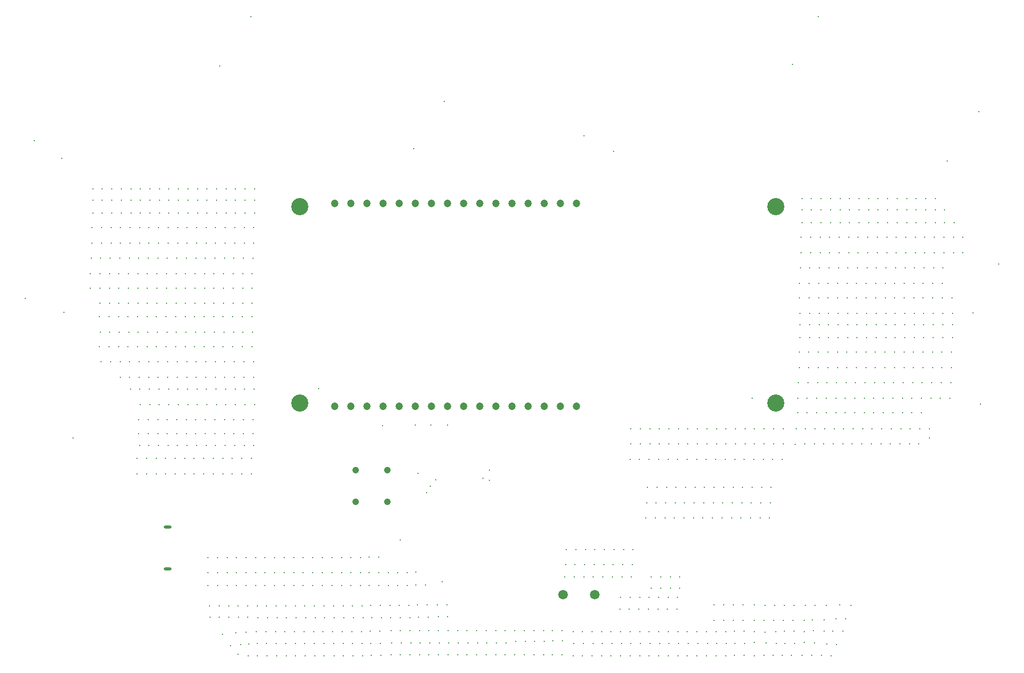
<source format=gbr>
%TF.GenerationSoftware,Altium Limited,Altium Designer,24.6.1 (21)*%
G04 Layer_Color=0*
%FSLAX45Y45*%
%MOMM*%
%TF.SameCoordinates,D6E34864-ACFE-43FA-A01B-F9739AC3D18D*%
%TF.FilePolarity,Positive*%
%TF.FileFunction,Plated,1,4,PTH,Drill*%
%TF.Part,Single*%
G01*
G75*
%TA.AperFunction,ComponentDrill*%
%ADD85C,2.70000*%
%ADD86C,1.20000*%
%ADD87O,1.20000X0.50000*%
%ADD88C,1.06680*%
%ADD89C,1.50000*%
%TA.AperFunction,ViaDrill,NotFilled*%
%ADD90C,0.30000*%
D85*
X3834610Y9627010D02*
D03*
X-3665390D02*
D03*
X3834610Y6527010D02*
D03*
X-3665390D02*
D03*
D86*
X694610Y6477010D02*
D03*
X440610D02*
D03*
X186610D02*
D03*
X-67390D02*
D03*
X-321390D02*
D03*
X-575390D02*
D03*
X-829390D02*
D03*
X-1083390D02*
D03*
X-1337390D02*
D03*
X-1591390D02*
D03*
X-1845390D02*
D03*
X-2099390D02*
D03*
X-2353390D02*
D03*
X-2607390D02*
D03*
X-2861390D02*
D03*
X-3115390D02*
D03*
X694610Y9677010D02*
D03*
X440610D02*
D03*
X186610D02*
D03*
X-67390D02*
D03*
X-321390D02*
D03*
X-575390D02*
D03*
X-829390D02*
D03*
X-1083390D02*
D03*
X-1337390D02*
D03*
X-1591390D02*
D03*
X-1845390D02*
D03*
X-2099390D02*
D03*
X-2353390D02*
D03*
X-2607390D02*
D03*
X-2861390D02*
D03*
X-3115390D02*
D03*
D87*
X-5746190Y4571010D02*
D03*
Y3911010D02*
D03*
D88*
X-2786790Y4972911D02*
D03*
X-2286790D02*
D03*
Y5472910D02*
D03*
X-2786790D02*
D03*
D89*
X481810Y3504410D02*
D03*
X981810D02*
D03*
D90*
X-1423190Y3707610D02*
D03*
X-2083590Y4368010D02*
D03*
X2023847Y3610428D02*
D03*
X2173847D02*
D03*
X2323847D02*
D03*
X1869959Y3609972D02*
D03*
Y3787772D02*
D03*
X2323847Y3788228D02*
D03*
X2173847D02*
D03*
X2023847D02*
D03*
X2279179Y3278421D02*
D03*
X2129179D02*
D03*
X1979179D02*
D03*
X1829179D02*
D03*
X1679179D02*
D03*
X1529179D02*
D03*
X1379179D02*
D03*
X1391879Y3468921D02*
D03*
X1541879D02*
D03*
X1691879D02*
D03*
X1841879D02*
D03*
X1991879D02*
D03*
X2141879D02*
D03*
X2291879D02*
D03*
X512173Y3787776D02*
D03*
X662173D02*
D03*
X812173D02*
D03*
X962173D02*
D03*
X1112173D02*
D03*
X1262173D02*
D03*
X1412173D02*
D03*
X1562173D02*
D03*
X524873Y3978276D02*
D03*
X674873D02*
D03*
X824873D02*
D03*
X974873D02*
D03*
X1124873D02*
D03*
X1274873D02*
D03*
X1424873D02*
D03*
X1574873D02*
D03*
X537573Y4219576D02*
D03*
X687573D02*
D03*
X837573D02*
D03*
X987573D02*
D03*
X1137573D02*
D03*
X1287573D02*
D03*
X1437573D02*
D03*
X1587573D02*
D03*
X4708951Y2540619D02*
D03*
X5026451Y3340719D02*
D03*
X4797851Y2718419D02*
D03*
X4899451Y2934319D02*
D03*
X4937551Y3124819D02*
D03*
X4456344Y3338381D02*
D03*
X4637456Y3337926D02*
D03*
X4303701Y3336655D02*
D03*
X3972589Y3337111D02*
D03*
X4122589D02*
D03*
X3818701Y3336655D02*
D03*
X3668701D02*
D03*
X4445658Y2746678D02*
D03*
X4416835Y3109717D02*
D03*
X4597947Y3109261D02*
D03*
Y2931461D02*
D03*
X4432958Y2937178D02*
D03*
X4121254Y2930871D02*
D03*
X3971254D02*
D03*
X3670932Y2912910D02*
D03*
X3833632Y2925610D02*
D03*
X4286244Y2925154D02*
D03*
Y3102954D02*
D03*
X3955132Y3103410D02*
D03*
X4105132D02*
D03*
X3801244Y3102954D02*
D03*
X3651244D02*
D03*
X3846332Y2735110D02*
D03*
X3683632Y2747810D02*
D03*
X3983954Y2740371D02*
D03*
X4133954D02*
D03*
X4288732Y2750312D02*
D03*
X3501332D02*
D03*
X4847532Y3343308D02*
D03*
X4787110Y3123410D02*
D03*
X4736310Y2932910D02*
D03*
X4644332Y2724912D02*
D03*
X4555432Y2547112D02*
D03*
X4403032D02*
D03*
X4085642Y2552829D02*
D03*
X3935642D02*
D03*
X3648020Y2547568D02*
D03*
X3798020D02*
D03*
X4250632Y2547112D02*
D03*
X-4598190Y2717010D02*
D03*
X-4469933Y2728897D02*
D03*
X-4483333Y3148236D02*
D03*
X-4633333D02*
D03*
X-4783333D02*
D03*
X-4933333D02*
D03*
X-4508733Y2915732D02*
D03*
X-4671433Y2903032D02*
D03*
X-2393846Y2740371D02*
D03*
X-2543846D02*
D03*
X-3131468Y2735110D02*
D03*
X-2981468D02*
D03*
X-2831468D02*
D03*
X-2681468D02*
D03*
X-3285356Y2734654D02*
D03*
X-3435356D02*
D03*
X-3585356D02*
D03*
X-3735356D02*
D03*
X-3885356D02*
D03*
X-4035356D02*
D03*
X-4185356D02*
D03*
X-4335356D02*
D03*
X476354Y2778471D02*
D03*
X326354D02*
D03*
X-261268Y2773210D02*
D03*
X-111268D02*
D03*
X38732D02*
D03*
X188732D02*
D03*
X-415156Y2747354D02*
D03*
X-565156D02*
D03*
X-715156D02*
D03*
X-865156D02*
D03*
X-1015156D02*
D03*
X-1165156D02*
D03*
X-1315156D02*
D03*
X-1465156D02*
D03*
X-1615156D02*
D03*
X-1765156D02*
D03*
X-1915156D02*
D03*
X-2065156D02*
D03*
X-2215156D02*
D03*
X3346554Y2740371D02*
D03*
X3196554D02*
D03*
X2608932Y2735110D02*
D03*
X2758932D02*
D03*
X2908932D02*
D03*
X3058932D02*
D03*
X2455044Y2734654D02*
D03*
X2305044D02*
D03*
X2155044D02*
D03*
X2005044D02*
D03*
X1855044D02*
D03*
X1705044D02*
D03*
X1555044D02*
D03*
X1405044D02*
D03*
X1255044D02*
D03*
X1105044D02*
D03*
X955044D02*
D03*
X805044D02*
D03*
X655044D02*
D03*
X-4476202Y2539414D02*
D03*
X-4641302Y2564814D02*
D03*
X-4755602Y2704514D02*
D03*
X-4882602Y2882314D02*
D03*
X-5077006Y3149014D02*
D03*
X-1483526Y3156843D02*
D03*
X-1333526D02*
D03*
X-1496226Y3347343D02*
D03*
X-1346226D02*
D03*
X-1969429Y3858936D02*
D03*
X-2119429D02*
D03*
X-2269429D02*
D03*
X-1831807Y3864197D02*
D03*
X-1681807Y3660997D02*
D03*
X-1831807D02*
D03*
X-1656407Y3343497D02*
D03*
X-1806407D02*
D03*
X-2244029Y3338236D02*
D03*
X-2094029D02*
D03*
X-1944029D02*
D03*
X-2269429Y3655736D02*
D03*
X-2119429D02*
D03*
X-1969429D02*
D03*
X-1643707Y3152997D02*
D03*
X-1793707D02*
D03*
X-2231329Y3147736D02*
D03*
X-2081329D02*
D03*
X-1931329D02*
D03*
X-2387781Y2547815D02*
D03*
X-2537781D02*
D03*
X-3125404Y2542553D02*
D03*
X-2975404D02*
D03*
X-2825404D02*
D03*
X-2675404D02*
D03*
X-3279292Y2542098D02*
D03*
X-3429292D02*
D03*
X-3579292D02*
D03*
X-3729292D02*
D03*
X-3879292D02*
D03*
X-4029292D02*
D03*
X-4179292D02*
D03*
X-4329292D02*
D03*
X2863844Y3102954D02*
D03*
X3013844D02*
D03*
X2863844Y3344254D02*
D03*
X3013844D02*
D03*
X3317732Y3344710D02*
D03*
X3167732D02*
D03*
X3317732Y3103410D02*
D03*
X3167732D02*
D03*
X3498844Y3344254D02*
D03*
Y3102954D02*
D03*
Y2925154D02*
D03*
Y2544154D02*
D03*
X642344D02*
D03*
X792344D02*
D03*
X942344D02*
D03*
X1092344D02*
D03*
X1242344D02*
D03*
X1392344D02*
D03*
X1542344D02*
D03*
X1692344D02*
D03*
X1842344D02*
D03*
X1992344D02*
D03*
X2142344D02*
D03*
X2292344D02*
D03*
X2442344D02*
D03*
X642344Y2925154D02*
D03*
X792344D02*
D03*
X942344D02*
D03*
X1092344D02*
D03*
X1242344D02*
D03*
X1392344D02*
D03*
X1542344D02*
D03*
X1692344D02*
D03*
X1842344D02*
D03*
X1992344D02*
D03*
X2142344D02*
D03*
X2292344D02*
D03*
X2442344D02*
D03*
X3046232Y2925610D02*
D03*
X2896232D02*
D03*
X2746232D02*
D03*
X2596232D02*
D03*
X3046232Y2544610D02*
D03*
X2896232D02*
D03*
X2746232D02*
D03*
X2596232D02*
D03*
X3183854Y2549871D02*
D03*
X3333854D02*
D03*
X3183854Y2930871D02*
D03*
X3333854D02*
D03*
X-2227856Y2556854D02*
D03*
X-2077856D02*
D03*
X-1927856D02*
D03*
X-1777856D02*
D03*
X-1627856D02*
D03*
X-1477856D02*
D03*
X-1327856D02*
D03*
X-1177856D02*
D03*
X-1027856D02*
D03*
X-877856D02*
D03*
X-727856D02*
D03*
X-577856D02*
D03*
X-427856D02*
D03*
X-2227856Y2937854D02*
D03*
X-2077856D02*
D03*
X-1927856D02*
D03*
X-1777856D02*
D03*
X-1627856D02*
D03*
X-1477856D02*
D03*
X-1327856D02*
D03*
X-1177856D02*
D03*
X-1027856D02*
D03*
X-877856D02*
D03*
X-727856D02*
D03*
X-577856D02*
D03*
X-427856D02*
D03*
X176032Y2938310D02*
D03*
X26032D02*
D03*
X-123968D02*
D03*
X-273968D02*
D03*
X176032Y2557310D02*
D03*
X26032D02*
D03*
X-123968D02*
D03*
X-273968D02*
D03*
X313654Y2562571D02*
D03*
X463654D02*
D03*
X313654Y2943571D02*
D03*
X463654D02*
D03*
X-4348056Y2925154D02*
D03*
X-4198056D02*
D03*
X-4048056D02*
D03*
X-3898056D02*
D03*
X-3748056D02*
D03*
X-3598056D02*
D03*
X-3448056D02*
D03*
X-3298056D02*
D03*
X-4322656Y3141054D02*
D03*
X-4172656D02*
D03*
X-4022656D02*
D03*
X-3872656D02*
D03*
X-3722656D02*
D03*
X-3572656D02*
D03*
X-3422656D02*
D03*
X-3272656D02*
D03*
X-2668768Y3141510D02*
D03*
X-2818768D02*
D03*
X-2968768D02*
D03*
X-3118768D02*
D03*
X-2694168Y2925610D02*
D03*
X-2844168D02*
D03*
X-2994168D02*
D03*
X-3144168D02*
D03*
X-2556546Y2930871D02*
D03*
X-2406546D02*
D03*
X-2531146Y3146771D02*
D03*
X-2381146D02*
D03*
X-5085356Y3331554D02*
D03*
X-4935356D02*
D03*
X-4785356D02*
D03*
X-4635356D02*
D03*
X-4485356D02*
D03*
X-4335356D02*
D03*
X-4185356D02*
D03*
X-4035356D02*
D03*
X-3885356D02*
D03*
X-3735356D02*
D03*
X-3585356D02*
D03*
X-3435356D02*
D03*
X-3285356D02*
D03*
X-5110756Y3649054D02*
D03*
X-4960756D02*
D03*
X-4810756D02*
D03*
X-4660756D02*
D03*
X-4510756D02*
D03*
X-4360756D02*
D03*
X-4210756D02*
D03*
X-4060756D02*
D03*
X-3910756D02*
D03*
X-3760756D02*
D03*
X-3610756D02*
D03*
X-3460756D02*
D03*
X-3310756D02*
D03*
X-2706868Y3649510D02*
D03*
X-2856868D02*
D03*
X-3006868D02*
D03*
X-3156868D02*
D03*
X-2681468Y3332010D02*
D03*
X-2831468D02*
D03*
X-2981468D02*
D03*
X-3131468D02*
D03*
X-2543846Y3337271D02*
D03*
X-2393846D02*
D03*
X-2569246Y3654771D02*
D03*
X-2419246D02*
D03*
Y4099271D02*
D03*
X-2569246D02*
D03*
X-2419246Y3857971D02*
D03*
X-2569246D02*
D03*
X-3156868Y3852710D02*
D03*
X-3006868D02*
D03*
X-2856868D02*
D03*
X-2706868D02*
D03*
X-3156868Y4094010D02*
D03*
X-3006868D02*
D03*
X-2856868D02*
D03*
X-2706868D02*
D03*
X-3310756Y4093554D02*
D03*
X-3460756D02*
D03*
X-3610756D02*
D03*
X-3760756D02*
D03*
X-3910756D02*
D03*
X-4060756D02*
D03*
X-4210756D02*
D03*
X-4360756D02*
D03*
X-4510756D02*
D03*
X-4660756D02*
D03*
X-4810756D02*
D03*
X-4960756D02*
D03*
X-5110756D02*
D03*
X-3310756Y3852254D02*
D03*
X-3460756D02*
D03*
X-3610756D02*
D03*
X-3760756D02*
D03*
X-3910756D02*
D03*
X-4060756D02*
D03*
X-4210756D02*
D03*
X-4360756D02*
D03*
X-4510756D02*
D03*
X-4660756D02*
D03*
X-4810756D02*
D03*
X-4960756D02*
D03*
X-5110756D02*
D03*
X4293776Y5886029D02*
D03*
X4443776D02*
D03*
X4593776D02*
D03*
X4743776D02*
D03*
X4893776D02*
D03*
X5043776D02*
D03*
X5193776D02*
D03*
X5343776D02*
D03*
X5493776D02*
D03*
X5643776D02*
D03*
X5793776D02*
D03*
X5943776D02*
D03*
X6093776D02*
D03*
X4156476Y6127329D02*
D03*
X4306476D02*
D03*
X4456476D02*
D03*
X4606476D02*
D03*
X4756476D02*
D03*
X4906476D02*
D03*
X5056476D02*
D03*
X5206476D02*
D03*
X5356476D02*
D03*
X5506476D02*
D03*
X5656476D02*
D03*
X5806476D02*
D03*
X5956476D02*
D03*
X6106476D02*
D03*
X6256476D02*
D03*
X4139410Y5879310D02*
D03*
X3764773Y5197476D02*
D03*
X3614773D02*
D03*
X3464773D02*
D03*
X3314773D02*
D03*
X3164773D02*
D03*
X3014773D02*
D03*
X2864773D02*
D03*
X2714773D02*
D03*
X2564773D02*
D03*
X2414773D02*
D03*
X2264773D02*
D03*
X2114773D02*
D03*
X1964773D02*
D03*
X1814773D02*
D03*
X3752073Y4956176D02*
D03*
X3602073D02*
D03*
X3452073D02*
D03*
X3302073D02*
D03*
X3152073D02*
D03*
X3002073D02*
D03*
X2852073D02*
D03*
X2702073D02*
D03*
X2552073D02*
D03*
X2402073D02*
D03*
X2252073D02*
D03*
X2102073D02*
D03*
X1952073D02*
D03*
X1802073D02*
D03*
X3739373Y4714876D02*
D03*
X3589373D02*
D03*
X3439373D02*
D03*
X3289373D02*
D03*
X3139373D02*
D03*
X2989373D02*
D03*
X2839373D02*
D03*
X2689373D02*
D03*
X2539373D02*
D03*
X2389373D02*
D03*
X2239373D02*
D03*
X2089373D02*
D03*
X1939373D02*
D03*
X1789373D02*
D03*
X1540276Y5644729D02*
D03*
X1690276D02*
D03*
X1840276D02*
D03*
X1990276D02*
D03*
X2140276D02*
D03*
X2290276D02*
D03*
X2440276D02*
D03*
X2590276D02*
D03*
X2740276D02*
D03*
X2890276D02*
D03*
X3040276D02*
D03*
X3190276D02*
D03*
X3340276D02*
D03*
X3490276D02*
D03*
X3640276D02*
D03*
X3790276D02*
D03*
X3940276D02*
D03*
X1552976Y5886029D02*
D03*
X1702976D02*
D03*
X1852976D02*
D03*
X2002976D02*
D03*
X2152976D02*
D03*
X2302976D02*
D03*
X2452976D02*
D03*
X2602976D02*
D03*
X2752976D02*
D03*
X2902976D02*
D03*
X3052976D02*
D03*
X3202976D02*
D03*
X3352976D02*
D03*
X3502976D02*
D03*
X3652976D02*
D03*
X3802976D02*
D03*
X3952976D02*
D03*
X1552976Y6127329D02*
D03*
X1702976D02*
D03*
X1852976D02*
D03*
X2002976D02*
D03*
X2152976D02*
D03*
X2302976D02*
D03*
X2452976D02*
D03*
X2602976D02*
D03*
X2752976D02*
D03*
X2902976D02*
D03*
X3052976D02*
D03*
X3202976D02*
D03*
X3352976D02*
D03*
X3502976D02*
D03*
X3652976D02*
D03*
X3802976D02*
D03*
X3952976D02*
D03*
X4219976Y7943429D02*
D03*
X4369976D02*
D03*
X4519976D02*
D03*
X4669976D02*
D03*
X4819976D02*
D03*
X4969976D02*
D03*
X5119976D02*
D03*
X5269976D02*
D03*
X5419976D02*
D03*
X5569976D02*
D03*
X5719976D02*
D03*
X5869976D02*
D03*
X6019976D02*
D03*
X6169976D02*
D03*
X6319976D02*
D03*
X6469976D02*
D03*
X6619976D02*
D03*
Y7765629D02*
D03*
X6469976D02*
D03*
X6319976D02*
D03*
X6169976D02*
D03*
X6019976D02*
D03*
X5869976D02*
D03*
X5719976D02*
D03*
X5569976D02*
D03*
X5419976D02*
D03*
X5269976D02*
D03*
X5119976D02*
D03*
X4969976D02*
D03*
X4819976D02*
D03*
X4669976D02*
D03*
X4519976D02*
D03*
X4369976D02*
D03*
X4219976D02*
D03*
X6619976Y7562429D02*
D03*
X6469976D02*
D03*
X6319976D02*
D03*
X6169976D02*
D03*
X6019976D02*
D03*
X5869976D02*
D03*
X5719976D02*
D03*
X5569976D02*
D03*
X5419976D02*
D03*
X5269976D02*
D03*
X5119976D02*
D03*
X4969976D02*
D03*
X4819976D02*
D03*
X4669976D02*
D03*
X4519976D02*
D03*
X4369976D02*
D03*
X4219976D02*
D03*
X6607276Y7333829D02*
D03*
X6457276D02*
D03*
X6307276D02*
D03*
X6157276D02*
D03*
X6007276D02*
D03*
X5857276D02*
D03*
X5707276D02*
D03*
X5557276D02*
D03*
X5407276D02*
D03*
X5257276D02*
D03*
X5107276D02*
D03*
X4957276D02*
D03*
X4807276D02*
D03*
X4657276D02*
D03*
X4507276D02*
D03*
X4357276D02*
D03*
X4207276D02*
D03*
X6607276Y7092529D02*
D03*
X6457276D02*
D03*
X6307276D02*
D03*
X6157276D02*
D03*
X6007276D02*
D03*
X5857276D02*
D03*
X5707276D02*
D03*
X5557276D02*
D03*
X5407276D02*
D03*
X5257276D02*
D03*
X5107276D02*
D03*
X4957276D02*
D03*
X4807276D02*
D03*
X4657276D02*
D03*
X4507276D02*
D03*
X4357276D02*
D03*
X4207276D02*
D03*
X6594576Y6851229D02*
D03*
X6444576D02*
D03*
X6294576D02*
D03*
X6144576D02*
D03*
X5994576D02*
D03*
X5844576D02*
D03*
X5694576D02*
D03*
X5544576D02*
D03*
X5394576D02*
D03*
X5244576D02*
D03*
X5094576D02*
D03*
X4944576D02*
D03*
X4794576D02*
D03*
X4644576D02*
D03*
X4494576D02*
D03*
X4344576D02*
D03*
X4194576D02*
D03*
X6581876Y6609929D02*
D03*
X6431876D02*
D03*
X6281876D02*
D03*
X6131876D02*
D03*
X5981876D02*
D03*
X5831876D02*
D03*
X5681876D02*
D03*
X5531876D02*
D03*
X5381876D02*
D03*
X5231876D02*
D03*
X5081876D02*
D03*
X4931876D02*
D03*
X4781876D02*
D03*
X4631876D02*
D03*
X4481876D02*
D03*
X4331876D02*
D03*
X4181876D02*
D03*
X6131876Y6381329D02*
D03*
X5981876D02*
D03*
X5831876D02*
D03*
X5681876D02*
D03*
X5531876D02*
D03*
X5381876D02*
D03*
X5231876D02*
D03*
X5081876D02*
D03*
X4931876D02*
D03*
X4781876D02*
D03*
X4631876D02*
D03*
X4481876D02*
D03*
X4331876D02*
D03*
X4181876D02*
D03*
X4249210Y9752810D02*
D03*
X4399210D02*
D03*
X4549210D02*
D03*
X4699210D02*
D03*
X4849210D02*
D03*
X4999210D02*
D03*
X5149210D02*
D03*
X5299210D02*
D03*
X5449210D02*
D03*
X5599210D02*
D03*
X5749210D02*
D03*
X5899210D02*
D03*
X6049210D02*
D03*
X6199210D02*
D03*
X6349210D02*
D03*
X6499210Y9575010D02*
D03*
X6349210D02*
D03*
X6199210D02*
D03*
X6049210D02*
D03*
X5899210D02*
D03*
X5749210D02*
D03*
X5599210D02*
D03*
X5449210D02*
D03*
X5299210D02*
D03*
X5149210D02*
D03*
X4999210D02*
D03*
X4849210D02*
D03*
X4699210D02*
D03*
X4549210D02*
D03*
X4399210D02*
D03*
X4249210D02*
D03*
X6649210Y9371810D02*
D03*
X6499210D02*
D03*
X6349210D02*
D03*
X6199210D02*
D03*
X6049210D02*
D03*
X5899210D02*
D03*
X5749210D02*
D03*
X5599210D02*
D03*
X5449210D02*
D03*
X5299210D02*
D03*
X5149210D02*
D03*
X4999210D02*
D03*
X4849210D02*
D03*
X4699210D02*
D03*
X4549210D02*
D03*
X4399210D02*
D03*
X4249210D02*
D03*
X6786510Y9143210D02*
D03*
X6636510D02*
D03*
X6486510D02*
D03*
X6336510D02*
D03*
X6186510D02*
D03*
X6036510D02*
D03*
X5886510D02*
D03*
X5736510D02*
D03*
X5586510D02*
D03*
X5436510D02*
D03*
X5286510D02*
D03*
X5136510D02*
D03*
X4986510D02*
D03*
X4836510D02*
D03*
X4686510D02*
D03*
X4536510D02*
D03*
X4386510D02*
D03*
X4236510D02*
D03*
X6786510Y8901910D02*
D03*
X6636510D02*
D03*
X6486510D02*
D03*
X6336510D02*
D03*
X6186510D02*
D03*
X6036510D02*
D03*
X5886510D02*
D03*
X5736510D02*
D03*
X5586510D02*
D03*
X5436510D02*
D03*
X5286510D02*
D03*
X5136510D02*
D03*
X4986510D02*
D03*
X4836510D02*
D03*
X4686510D02*
D03*
X4536510D02*
D03*
X4386510D02*
D03*
X4236510D02*
D03*
X6473810Y8660610D02*
D03*
X6323810D02*
D03*
X6173810D02*
D03*
X6023810D02*
D03*
X5873810D02*
D03*
X5723810D02*
D03*
X5573810D02*
D03*
X5423810D02*
D03*
X5273810D02*
D03*
X5123810D02*
D03*
X4973810D02*
D03*
X4823810D02*
D03*
X4673810D02*
D03*
X4523810D02*
D03*
X4373810D02*
D03*
X4223810D02*
D03*
X6461110Y8419310D02*
D03*
X6311110D02*
D03*
X6161110D02*
D03*
X6011110D02*
D03*
X5861110D02*
D03*
X5711110D02*
D03*
X5561110D02*
D03*
X5411110D02*
D03*
X5261110D02*
D03*
X5111110D02*
D03*
X4961110D02*
D03*
X4811110D02*
D03*
X4661110D02*
D03*
X4511110D02*
D03*
X4361110D02*
D03*
X4211110D02*
D03*
X6611110Y8190710D02*
D03*
X6461110D02*
D03*
X6311110D02*
D03*
X6161110D02*
D03*
X6011110D02*
D03*
X5861110D02*
D03*
X5711110D02*
D03*
X5561110D02*
D03*
X5411110D02*
D03*
X5261110D02*
D03*
X5111110D02*
D03*
X4961110D02*
D03*
X4811110D02*
D03*
X4661110D02*
D03*
X4511110D02*
D03*
X4361110D02*
D03*
X4211110D02*
D03*
X-6228356Y5414354D02*
D03*
X-6078356D02*
D03*
X-5928356D02*
D03*
X-5778356D02*
D03*
X-5628356D02*
D03*
X-5478356D02*
D03*
X-5328356D02*
D03*
X-5178356D02*
D03*
X-5028356D02*
D03*
X-4878356D02*
D03*
X-4728356D02*
D03*
X-4578356D02*
D03*
X-4428356D02*
D03*
X-6228356Y5655654D02*
D03*
X-6078356D02*
D03*
X-5928356D02*
D03*
X-5778356D02*
D03*
X-5628356D02*
D03*
X-5478356D02*
D03*
X-5328356D02*
D03*
X-5178356D02*
D03*
X-5028356D02*
D03*
X-4878356D02*
D03*
X-4728356D02*
D03*
X-4578356D02*
D03*
X-4428356D02*
D03*
X-6190256Y5858854D02*
D03*
X-6040256D02*
D03*
X-5890256D02*
D03*
X-5740256D02*
D03*
X-5590256D02*
D03*
X-5440256D02*
D03*
X-5290256D02*
D03*
X-5140256D02*
D03*
X-4990256D02*
D03*
X-4840256D02*
D03*
X-4690256D02*
D03*
X-4540256D02*
D03*
X-4390256D02*
D03*
X-6202956Y6049354D02*
D03*
X-6052956D02*
D03*
X-5902956D02*
D03*
X-5752956D02*
D03*
X-5602956D02*
D03*
X-5452956D02*
D03*
X-5302956D02*
D03*
X-5152956D02*
D03*
X-5002956D02*
D03*
X-4852956D02*
D03*
X-4702956D02*
D03*
X-4552956D02*
D03*
X-4402956D02*
D03*
X-6202956Y6265254D02*
D03*
X-6052956D02*
D03*
X-5902956D02*
D03*
X-5752956D02*
D03*
X-5602956D02*
D03*
X-5452956D02*
D03*
X-5302956D02*
D03*
X-5152956D02*
D03*
X-5002956D02*
D03*
X-4852956D02*
D03*
X-4702956D02*
D03*
X-4552956D02*
D03*
X-4402956D02*
D03*
X-4378758Y6504949D02*
D03*
X-4528758D02*
D03*
X-4678758D02*
D03*
X-4828758D02*
D03*
X-4978758D02*
D03*
X-5128758D02*
D03*
X-5278758D02*
D03*
X-5428758D02*
D03*
X-5578758D02*
D03*
X-5728758D02*
D03*
X-5878758D02*
D03*
X-6028758D02*
D03*
X-6178758D02*
D03*
X-6333307Y6746827D02*
D03*
X-6183307D02*
D03*
X-6033307D02*
D03*
X-5883307D02*
D03*
X-5733307D02*
D03*
X-5583307D02*
D03*
X-5433307D02*
D03*
X-5283307D02*
D03*
X-5133307D02*
D03*
X-4983307D02*
D03*
X-4833307D02*
D03*
X-4683307D02*
D03*
X-4533307D02*
D03*
X-4383307D02*
D03*
X-4396007Y6937327D02*
D03*
X-4546007D02*
D03*
X-4696007D02*
D03*
X-4846007D02*
D03*
X-4996007D02*
D03*
X-5146007D02*
D03*
X-5296007D02*
D03*
X-5446007D02*
D03*
X-5596007D02*
D03*
X-5746007D02*
D03*
X-5896007D02*
D03*
X-6046007D02*
D03*
X-6196007D02*
D03*
X-6346007D02*
D03*
X-6496007D02*
D03*
X-4396007Y7178627D02*
D03*
X-4546007D02*
D03*
X-4696007D02*
D03*
X-4846007D02*
D03*
X-4996007D02*
D03*
X-5146007D02*
D03*
X-5296007D02*
D03*
X-5446007D02*
D03*
X-5596007D02*
D03*
X-5746007D02*
D03*
X-5896007D02*
D03*
X-6046007D02*
D03*
X-6196007D02*
D03*
X-6346007D02*
D03*
X-6496007D02*
D03*
X-6646007D02*
D03*
X-6796007D02*
D03*
X-4421407Y7419927D02*
D03*
X-4571407D02*
D03*
X-4721407D02*
D03*
X-4871407D02*
D03*
X-5021407D02*
D03*
X-5171407D02*
D03*
X-5321407D02*
D03*
X-5471407D02*
D03*
X-5621407D02*
D03*
X-5771407D02*
D03*
X-5921407D02*
D03*
X-6071407D02*
D03*
X-6221407D02*
D03*
X-6371407D02*
D03*
X-6521407D02*
D03*
X-6671407D02*
D03*
X-6821407D02*
D03*
X-4408707Y7648527D02*
D03*
X-4558707D02*
D03*
X-4708707D02*
D03*
X-4858707D02*
D03*
X-5008707D02*
D03*
X-5158707D02*
D03*
X-5308707D02*
D03*
X-5458707D02*
D03*
X-5608707D02*
D03*
X-5758707D02*
D03*
X-5908707D02*
D03*
X-6058707D02*
D03*
X-6208707D02*
D03*
X-6358707D02*
D03*
X-6508707D02*
D03*
X-6658707D02*
D03*
X-6808707D02*
D03*
X-4421407Y7889827D02*
D03*
X-4571407D02*
D03*
X-4721407D02*
D03*
X-4871407D02*
D03*
X-5021407D02*
D03*
X-5171407D02*
D03*
X-5321407D02*
D03*
X-5471407D02*
D03*
X-5621407D02*
D03*
X-5771407D02*
D03*
X-5921407D02*
D03*
X-6071407D02*
D03*
X-6221407D02*
D03*
X-6371407D02*
D03*
X-6521407D02*
D03*
X-6671407D02*
D03*
X-6821407D02*
D03*
X-6814890Y8101810D02*
D03*
X-6664890D02*
D03*
X-6514890D02*
D03*
X-6364890D02*
D03*
X-6214890D02*
D03*
X-6064890D02*
D03*
X-5914890D02*
D03*
X-5764890D02*
D03*
X-5614890D02*
D03*
X-5464890D02*
D03*
X-5314890D02*
D03*
X-5164890D02*
D03*
X-5014890D02*
D03*
X-4864890D02*
D03*
X-4714890D02*
D03*
X-4564890D02*
D03*
X-4414890D02*
D03*
X-6964890Y8343110D02*
D03*
X-6814890D02*
D03*
X-6664890D02*
D03*
X-6514890D02*
D03*
X-6364890D02*
D03*
X-6214890D02*
D03*
X-6064890D02*
D03*
X-5914890D02*
D03*
X-5764890D02*
D03*
X-5614890D02*
D03*
X-5464890D02*
D03*
X-5314890D02*
D03*
X-5164890D02*
D03*
X-5014890D02*
D03*
X-4864890D02*
D03*
X-4714890D02*
D03*
X-4564890D02*
D03*
X-4414890D02*
D03*
X-6964890Y8571710D02*
D03*
X-6814890D02*
D03*
X-6664890D02*
D03*
X-6514890D02*
D03*
X-6364890D02*
D03*
X-6214890D02*
D03*
X-6064890D02*
D03*
X-5914890D02*
D03*
X-5764890D02*
D03*
X-5614890D02*
D03*
X-5464890D02*
D03*
X-5314890D02*
D03*
X-5164890D02*
D03*
X-5014890D02*
D03*
X-4864890D02*
D03*
X-4714890D02*
D03*
X-4564890D02*
D03*
X-4414890D02*
D03*
X-6952190Y8813010D02*
D03*
X-6802190D02*
D03*
X-6652190D02*
D03*
X-6502190D02*
D03*
X-6352190D02*
D03*
X-6202190D02*
D03*
X-6052190D02*
D03*
X-5902190D02*
D03*
X-5752190D02*
D03*
X-5602190D02*
D03*
X-5452190D02*
D03*
X-5302190D02*
D03*
X-5152190D02*
D03*
X-5002190D02*
D03*
X-4852190D02*
D03*
X-4702190D02*
D03*
X-4552190D02*
D03*
X-4402190D02*
D03*
X-6939490Y9054310D02*
D03*
X-6789490D02*
D03*
X-6639490D02*
D03*
X-6489490D02*
D03*
X-6339490D02*
D03*
X-6189490D02*
D03*
X-6039490D02*
D03*
X-5889490D02*
D03*
X-5739490D02*
D03*
X-5589490D02*
D03*
X-5439490D02*
D03*
X-5289490D02*
D03*
X-5139490D02*
D03*
X-4989490D02*
D03*
X-4839490D02*
D03*
X-4689490D02*
D03*
X-4539490D02*
D03*
X-4389490D02*
D03*
X-6939490Y9295610D02*
D03*
X-6789490D02*
D03*
X-6639490D02*
D03*
X-6489490D02*
D03*
X-6339490D02*
D03*
X-6189490D02*
D03*
X-6039490D02*
D03*
X-5889490D02*
D03*
X-5739490D02*
D03*
X-5589490D02*
D03*
X-5439490D02*
D03*
X-5289490D02*
D03*
X-5139490D02*
D03*
X-4989490D02*
D03*
X-4839490D02*
D03*
X-4689490D02*
D03*
X-4539490D02*
D03*
X-4389490D02*
D03*
X-6926790Y9524210D02*
D03*
X-6776790D02*
D03*
X-6626790D02*
D03*
X-6476790D02*
D03*
X-6326790D02*
D03*
X-6176790D02*
D03*
X-6026790D02*
D03*
X-5876790D02*
D03*
X-5726790D02*
D03*
X-5576790D02*
D03*
X-5426790D02*
D03*
X-5276790D02*
D03*
X-5126790D02*
D03*
X-4976790D02*
D03*
X-4826790D02*
D03*
X-4676790D02*
D03*
X-4526790D02*
D03*
X-4376790D02*
D03*
X-6926790Y9727410D02*
D03*
X-6776790D02*
D03*
X-6626790D02*
D03*
X-6476790D02*
D03*
X-6326790D02*
D03*
X-6176790D02*
D03*
X-6026790D02*
D03*
X-5876790D02*
D03*
X-5726790D02*
D03*
X-5576790D02*
D03*
X-5426790D02*
D03*
X-5276790D02*
D03*
X-5126790D02*
D03*
X-4976790D02*
D03*
X-4826790D02*
D03*
X-4676790D02*
D03*
X-4526790D02*
D03*
X-4376790D02*
D03*
Y9905210D02*
D03*
X-4526790D02*
D03*
X-4676790D02*
D03*
X-4826790D02*
D03*
X-4976790D02*
D03*
X-5126790D02*
D03*
X-5276790D02*
D03*
X-5426790D02*
D03*
X-5576790D02*
D03*
X-5726790D02*
D03*
X-5876790D02*
D03*
X-6026790D02*
D03*
X-6176790D02*
D03*
X-6326790D02*
D03*
X-6476790D02*
D03*
X-6626790D02*
D03*
X-6776790D02*
D03*
X-6926790D02*
D03*
X-1605080Y5214820D02*
D03*
X-1524790Y5320510D02*
D03*
X-1664490Y5117310D02*
D03*
X-775490Y5345910D02*
D03*
X-7417590Y10387810D02*
D03*
X-1600990Y6184110D02*
D03*
X-1842290D02*
D03*
X6260310Y5980910D02*
D03*
X3466310Y6603210D02*
D03*
X-3366290Y6755610D02*
D03*
X7060410Y6514310D02*
D03*
X-7239790Y5980910D02*
D03*
X1281910Y10502110D02*
D03*
X-7379490Y7962110D02*
D03*
X-7989090Y8178010D02*
D03*
X-7849390Y10667210D02*
D03*
X-4433090Y12623010D02*
D03*
X-4928390Y11848310D02*
D03*
X-1385090Y11289510D02*
D03*
X-1867690Y10540210D02*
D03*
X812010Y10743410D02*
D03*
X4507710Y12623010D02*
D03*
X4101310Y11873710D02*
D03*
X7035010Y11124410D02*
D03*
X6539710Y10349710D02*
D03*
X7352510Y8724110D02*
D03*
X6946110Y7949410D02*
D03*
X-1804190Y5422110D02*
D03*
X-2362990Y6171410D02*
D03*
X-673890Y5472910D02*
D03*
Y5307810D02*
D03*
X-1334290Y6184110D02*
D03*
%TF.MD5,ec514eba22c8ea516e1aa288a9b65d8c*%
M02*

</source>
